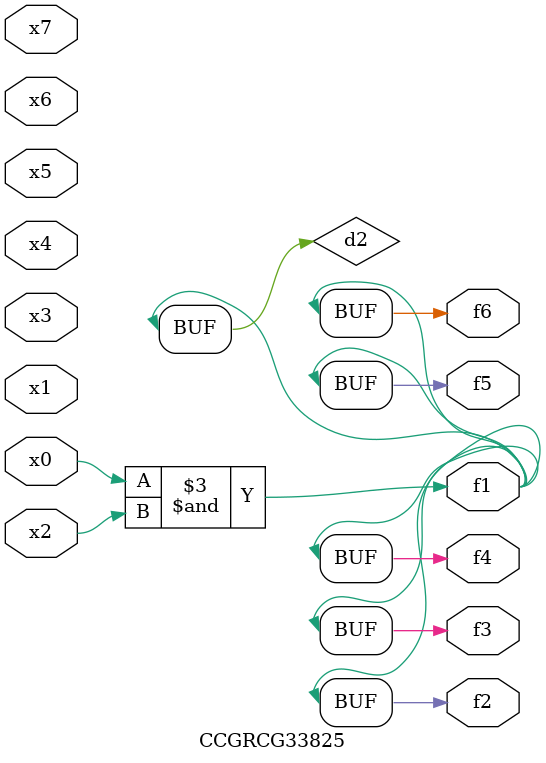
<source format=v>
module CCGRCG33825(
	input x0, x1, x2, x3, x4, x5, x6, x7,
	output f1, f2, f3, f4, f5, f6
);

	wire d1, d2;

	nor (d1, x3, x6);
	and (d2, x0, x2);
	assign f1 = d2;
	assign f2 = d2;
	assign f3 = d2;
	assign f4 = d2;
	assign f5 = d2;
	assign f6 = d2;
endmodule

</source>
